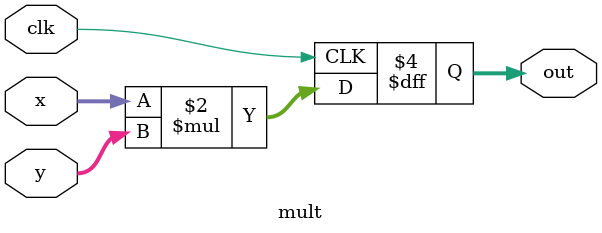
<source format=sv>
`timescale 1ns / 1ps


module mult(clk, x, y, out);
	
	// Inputs
  	input clk;
	input signed       [15:0] x;   //signal 32bit
	input signed       [15:0] y;   //cordic 32bit
 	
 	// Outputs
	output reg signed  [31:0] out;
	//output reg signed  [63:0] temp;
	
	initial begin
		//temp<=64'd0;
		out<=32'd0;
	end
	
	//assign out = temp[31:0];
	
	always @(posedge clk) begin
		//temp <= x * y;
		out  <= x * y;
	end
	
endmodule

</source>
